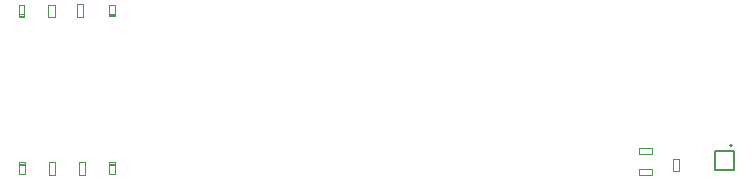
<source format=gbr>
%TF.GenerationSoftware,KiCad,Pcbnew,8.0.1*%
%TF.CreationDate,2024-06-02T23:47:43+02:00*%
%TF.ProjectId,Shawn_PCB_Business_card,53686177-6e5f-4504-9342-5f427573696e,rev?*%
%TF.SameCoordinates,Original*%
%TF.FileFunction,AssemblyDrawing,Top*%
%FSLAX46Y46*%
G04 Gerber Fmt 4.6, Leading zero omitted, Abs format (unit mm)*
G04 Created by KiCad (PCBNEW 8.0.1) date 2024-06-02 23:47:43*
%MOMM*%
%LPD*%
G01*
G04 APERTURE LIST*
%ADD10C,0.100000*%
%ADD11C,0.127000*%
%ADD12C,0.200000*%
G04 APERTURE END LIST*
D10*
%TO.C,D1*%
X124743400Y-94191200D02*
X125243400Y-94191200D01*
X124743400Y-94291200D02*
X125243400Y-94291200D01*
X124743400Y-94391200D02*
X125243400Y-94391200D01*
X124743400Y-95191200D02*
X124743400Y-94191200D01*
X125243400Y-94191200D02*
X125243400Y-95191200D01*
X125243400Y-95191200D02*
X124743400Y-95191200D01*
%TO.C,D4*%
X124768800Y-80833200D02*
X125268800Y-80833200D01*
X124768800Y-81833200D02*
X124768800Y-80833200D01*
X125268800Y-80833200D02*
X125268800Y-81833200D01*
X125268800Y-81633200D02*
X124768800Y-81633200D01*
X125268800Y-81733200D02*
X124768800Y-81733200D01*
X125268800Y-81833200D02*
X124768800Y-81833200D01*
%TO.C,R5*%
X119592600Y-80827200D02*
X120132600Y-80827200D01*
X119592600Y-81877200D02*
X119592600Y-80827200D01*
X120132600Y-80827200D02*
X120132600Y-81877200D01*
X120132600Y-81877200D02*
X119592600Y-81877200D01*
%TO.C,C1*%
X172520800Y-93937200D02*
X173020800Y-93937200D01*
X172520800Y-94937200D02*
X172520800Y-93937200D01*
X173020800Y-93937200D02*
X173020800Y-94937200D01*
X173020800Y-94937200D02*
X172520800Y-94937200D01*
%TO.C,R3*%
X122183400Y-94166200D02*
X122723400Y-94166200D01*
X122183400Y-95216200D02*
X122183400Y-94166200D01*
X122723400Y-94166200D02*
X122723400Y-95216200D01*
X122723400Y-95216200D02*
X122183400Y-95216200D01*
%TO.C,R4*%
X119643400Y-94166200D02*
X120183400Y-94166200D01*
X119643400Y-95216200D02*
X119643400Y-94166200D01*
X120183400Y-94166200D02*
X120183400Y-95216200D01*
X120183400Y-95216200D02*
X119643400Y-95216200D01*
%TO.C,R2*%
X169627600Y-92948000D02*
X170677600Y-92948000D01*
X169627600Y-93488000D02*
X169627600Y-92948000D01*
X170677600Y-92948000D02*
X170677600Y-93488000D01*
X170677600Y-93488000D02*
X169627600Y-93488000D01*
%TO.C,D2*%
X117098000Y-94191200D02*
X117598000Y-94191200D01*
X117098000Y-94291200D02*
X117598000Y-94291200D01*
X117098000Y-94391200D02*
X117598000Y-94391200D01*
X117098000Y-95191200D02*
X117098000Y-94191200D01*
X117598000Y-94191200D02*
X117598000Y-95191200D01*
X117598000Y-95191200D02*
X117098000Y-95191200D01*
%TO.C,R6*%
X122031000Y-80803800D02*
X122571000Y-80803800D01*
X122031000Y-81853800D02*
X122031000Y-80803800D01*
X122571000Y-80803800D02*
X122571000Y-81853800D01*
X122571000Y-81853800D02*
X122031000Y-81853800D01*
%TO.C,D3*%
X117072601Y-80863701D02*
X117572601Y-80863701D01*
X117072601Y-81863701D02*
X117072601Y-80863701D01*
X117572601Y-80863701D02*
X117572601Y-81863701D01*
X117572601Y-81663701D02*
X117072601Y-81663701D01*
X117572601Y-81763701D02*
X117072601Y-81763701D01*
X117572601Y-81863701D02*
X117072601Y-81863701D01*
D11*
%TO.C,U1*%
X176009800Y-93188355D02*
X177659800Y-93188355D01*
X176009800Y-94838355D02*
X176009800Y-93188355D01*
X177659800Y-93188355D02*
X177659800Y-94838355D01*
X177659800Y-94838355D02*
X176009800Y-94838355D01*
D12*
X177455509Y-92763355D02*
G75*
G02*
X177314091Y-92763355I-70709J0D01*
G01*
X177314091Y-92763355D02*
G75*
G02*
X177455509Y-92763355I70709J0D01*
G01*
D10*
%TO.C,R1*%
X169629600Y-94726000D02*
X170679600Y-94726000D01*
X169629600Y-95266000D02*
X169629600Y-94726000D01*
X170679600Y-94726000D02*
X170679600Y-95266000D01*
X170679600Y-95266000D02*
X169629600Y-95266000D01*
%TD*%
M02*

</source>
